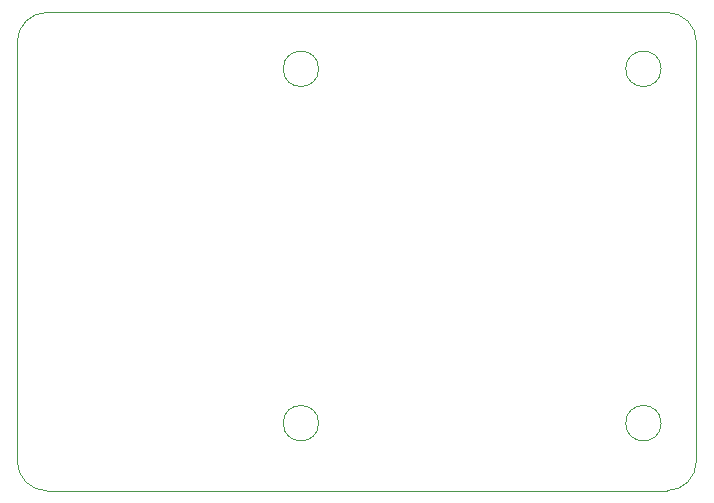
<source format=gbr>
%TF.GenerationSoftware,KiCad,Pcbnew,9.0.0*%
%TF.CreationDate,2025-03-24T14:10:49-05:00*%
%TF.ProjectId,DIIN-proyecto,4449494e-2d70-4726-9f79-6563746f2e6b,rev?*%
%TF.SameCoordinates,Original*%
%TF.FileFunction,Profile,NP*%
%FSLAX46Y46*%
G04 Gerber Fmt 4.6, Leading zero omitted, Abs format (unit mm)*
G04 Created by KiCad (PCBNEW 9.0.0) date 2025-03-24 14:10:49*
%MOMM*%
%LPD*%
G01*
G04 APERTURE LIST*
%TA.AperFunction,Profile*%
%ADD10C,0.050000*%
%TD*%
G04 APERTURE END LIST*
D10*
X135500000Y-43000000D02*
X188000000Y-43000000D01*
X133000000Y-81000000D02*
X133000000Y-45500000D01*
X188000000Y-83500000D02*
X135500000Y-83500000D01*
X190500000Y-45500000D02*
X190500000Y-81000000D01*
X190500000Y-81000000D02*
G75*
G02*
X188000000Y-83500000I-2500000J0D01*
G01*
X188000000Y-43000000D02*
G75*
G02*
X190500000Y-45500000I0J-2500000D01*
G01*
X133000000Y-45500000D02*
G75*
G02*
X135500000Y-43000000I2500000J0D01*
G01*
X135500000Y-83500000D02*
G75*
G02*
X133000000Y-81000000I0J2500000D01*
G01*
%TO.C,U9*%
X158510000Y-47780000D02*
G75*
G02*
X155510000Y-47780000I-1500000J0D01*
G01*
X155510000Y-47780000D02*
G75*
G02*
X158510000Y-47780000I1500000J0D01*
G01*
X158510000Y-77780000D02*
G75*
G02*
X155510000Y-77780000I-1500000J0D01*
G01*
X155510000Y-77780000D02*
G75*
G02*
X158510000Y-77780000I1500000J0D01*
G01*
X187510000Y-47780000D02*
G75*
G02*
X184510000Y-47780000I-1500000J0D01*
G01*
X184510000Y-47780000D02*
G75*
G02*
X187510000Y-47780000I1500000J0D01*
G01*
X187510000Y-77780000D02*
G75*
G02*
X184510000Y-77780000I-1500000J0D01*
G01*
X184510000Y-77780000D02*
G75*
G02*
X187510000Y-77780000I1500000J0D01*
G01*
%TD*%
M02*

</source>
